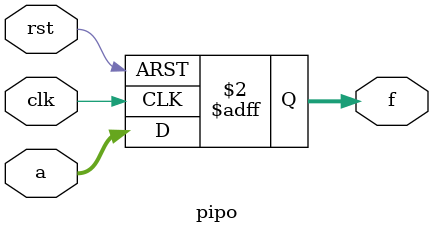
<source format=v>

module pipo #(parameter N = 4)(
input clk, rst, 
input [N-1:0]a,
output reg [N-1:0]f);

	always @(posedge clk or posedge rst) begin
		if(rst)
			f <= 1'b0;
		else
			f <= a; 
	end
endmodule

</source>
